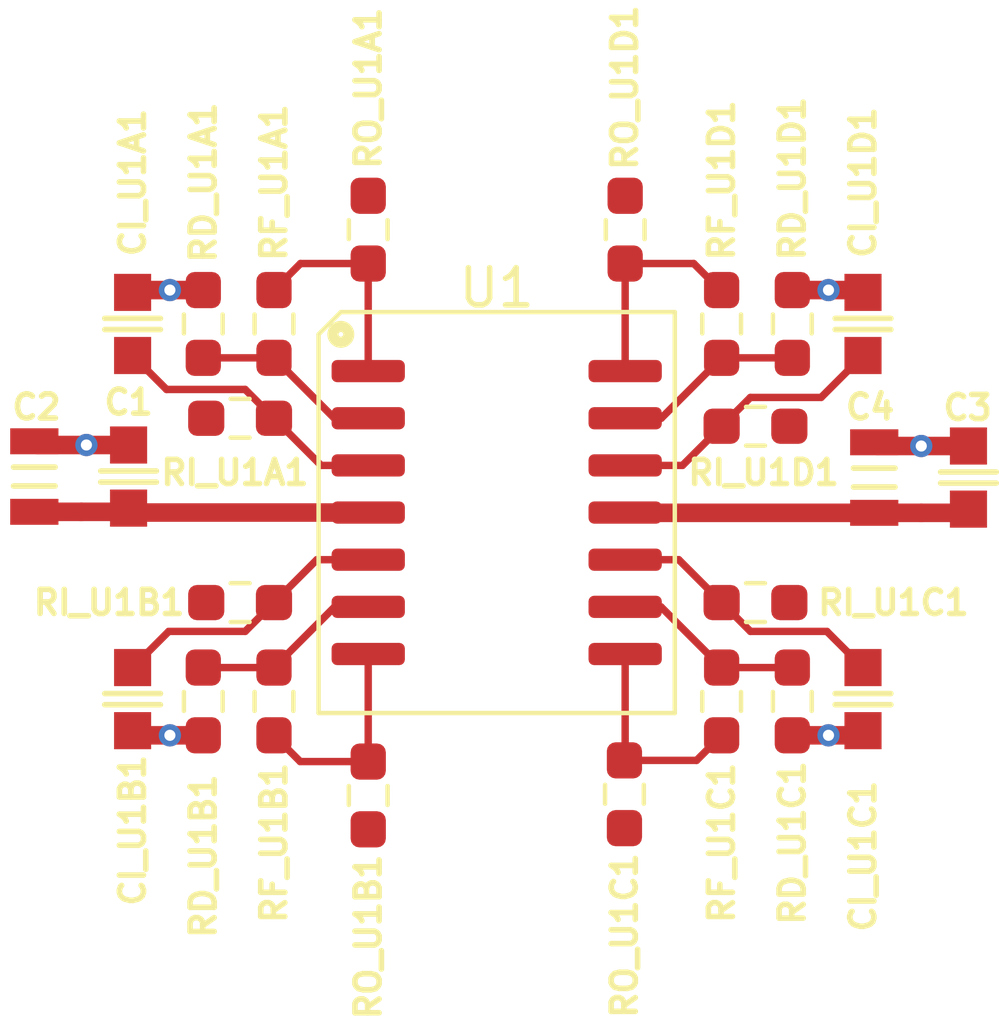
<source format=kicad_pcb>
(kicad_pcb (version 20241229) (generator "pcbnew") (generator_version "9.0")
  (layers (0 "F.Cu" signal) (2 "B.Cu" signal) (13 "F.Paste" user) (15 "B.Paste" user) (5 "F.SilkS" user "F.Silkscreen") (7 "B.SilkS" user "B.Silkscreen") (1 "F.Mask" user) (3 "B.Mask" user) (25 "Edge.Cuts" user))
  (net 0 "")
  (net 1 "+12V")
  (net 2 "GND")
  (net 3 "-12V")
  (net 4 "Net-(U1A--)")
  (net 5 "Net-(U1B--)")
  (net 6 "Net-(U1C--)")
  (net 7 "Net-(U1D--)")
  (net 8 "Net-(U1A-+)")
  (net 9 "Net-(U1B-+)")
  (net 10 "Net-(U1C-+)")
  (net 11 "Net-(U1D-+)")
  (net 12 "Net-(RF_U1A1-Pad2)")
  (net 13 "Net-(RF_U1B1-Pad2)")
  (net 14 "Net-(RF_U1C1-Pad2)")
  (net 15 "Net-(RF_U1D1-Pad2)")
  (net 16 "/INPUT_1")
  (net 17 "/INPUT_2")
  (net 18 "/INPUT_3")
  (net 19 "/INPUT_4")
  (net 20 "/OUTPUT_1")
  (net 21 "/OUTPUT_2")
  (net 22 "/OUTPUT_3")
  (net 23 "/OUTPUT_4")
  (footprint "PCM_4ms_Capacitor:C_0805" (layer "F.Cu") (at 84.346176 59.355283 90)
    (property "Reference" "C2" (at 2.25 0.79 0) (layer "F.SilkS") (effects (font (size 0.65 0.65)) (justify right top)))
    (property "Value" "10uF_0805_25V" (hide yes))
    (fp_line (start 0.254 0.5588) (end 0.254 -0.5588) (stroke (width 0.1524)) (layer "F.SilkS"))
    (fp_line (start -0.254 0.5588) (end -0.254 -0.5588) (stroke (width 0.1524)) (layer "F.SilkS"))
    (pad "1" smd rect (at -0.95 0 90) (size 0.7 1.3) (layers "F.Cu" "F.Mask" "F.Paste") (net 1 "+12V"))
    (pad "2" smd rect (at 0.95 0 90) (size 0.7 1.3) (layers "F.Cu" "F.Mask" "F.Paste") (net 2 "GND"))
  )
  (footprint "Resistor_SMD:R_0603_1608Metric_Pad0.98x0.95mm_HandSolder" (layer "F.Cu") (at 90.805 55.245 90)
    (property "Reference" "RF_U1A1" (at 3.81 0 90) (layer "F.SilkS") (effects (font (size 0.65 0.65))))
    (property "Value" "47k" (hide yes))
    (fp_line (start -0.254724 -0.5225) (end 0.254724 -0.5225) (stroke (width 0.12)) (layer "F.SilkS"))
    (fp_line (start -0.254724 0.5225) (end 0.254724 0.5225) (stroke (width 0.12)) (layer "F.SilkS"))
    (pad "1" smd roundrect (at -0.9125 0 90) (size 0.975 0.95) (layers "F.Cu" "F.Mask" "F.Paste") (net 4 "Net-(U1A--)"))
    (pad "2" smd roundrect (at 0.9125 0 90) (size 0.975 0.95) (layers "F.Cu" "F.Mask" "F.Paste") (net 12 "Net-(RF_U1A1-Pad2)"))
  )
  (footprint "Resistor_SMD:R_0603_1608Metric_Pad0.98x0.95mm_HandSolder" (layer "F.Cu") (at 100.27 52.705 90)
    (property "Reference" "RO_U1D1" (at 3.827972 -0.012216 270) (layer "F.SilkS") (effects (font (size 0.65 0.65))))
    (property "Value" "220Ω" (hide yes))
    (fp_line (start -0.254724 -0.5225) (end 0.254724 -0.5225) (stroke (width 0.12)) (layer "F.SilkS"))
    (fp_line (start -0.254724 0.5225) (end 0.254724 0.5225) (stroke (width 0.12)) (layer "F.SilkS"))
    (pad "1" smd roundrect (at -0.9125 0 90) (size 0.975 0.95) (layers "F.Cu" "F.Mask" "F.Paste") (net 15 "Net-(RF_U1D1-Pad2)"))
    (pad "2" smd roundrect (at 0.9125 0 90) (size 0.975 0.95) (layers "F.Cu" "F.Mask" "F.Paste") (net 23 "/OUTPUT_4"))
  )
  (footprint "Resistor_SMD:R_0603_1608Metric_Pad0.98x0.95mm_HandSolder" (layer "F.Cu") (at 88.9 65.4125 -90)
    (property "Reference" "RD_U1B1" (at 4.1675 0 90) (layer "F.SilkS") (effects (font (size 0.65 0.65))))
    (property "Value" "47k" (hide yes))
    (fp_line (start -0.254724 0.5225) (end 0.254724 0.5225) (stroke (width 0.12)) (layer "F.SilkS"))
    (fp_line (start -0.254724 -0.5225) (end 0.254724 -0.5225) (stroke (width 0.12)) (layer "F.SilkS"))
    (pad "1" smd roundrect (at -0.9125 0 270) (size 0.975 0.95) (layers "F.Cu" "F.Mask" "F.Paste") (net 5 "Net-(U1B--)"))
    (pad "2" smd roundrect (at 0.9125 0 270) (size 0.975 0.95) (layers "F.Cu" "F.Mask" "F.Paste") (net 2 "GND"))
  )
  (footprint "Resistor_SMD:R_0603_1608Metric_Pad0.98x0.95mm_HandSolder" (layer "F.Cu") (at 93.345 67.945 -90)
    (property "Reference" "RO_U1B1" (at 3.81 0 270) (layer "F.SilkS") (effects (font (size 0.65 0.65))))
    (property "Value" "220Ω" (hide yes))
    (fp_line (start -0.254724 0.5225) (end 0.254724 0.5225) (stroke (width 0.12)) (layer "F.SilkS"))
    (fp_line (start -0.254724 -0.5225) (end 0.254724 -0.5225) (stroke (width 0.12)) (layer "F.SilkS"))
    (pad "1" smd roundrect (at -0.9125 0 270) (size 0.975 0.95) (layers "F.Cu" "F.Mask" "F.Paste") (net 13 "Net-(RF_U1B1-Pad2)"))
    (pad "2" smd roundrect (at 0.9125 0 270) (size 0.975 0.95) (layers "F.Cu" "F.Mask" "F.Paste") (net 21 "/OUTPUT_2"))
  )
  (footprint "PCM_4ms_Capacitor:C_0603" (layer "F.Cu") (at 106.68 65.35 90)
    (property "Reference" "CI_U1C1" (at -4.23 0 90) (layer "F.SilkS") (effects (font (size 0.65 0.65))))
    (property "Value" "100pF_0603_50V" (hide yes))
    (fp_line (start -0.15 -0.75) (end -0.15 0.75) (stroke (width 0.15)) (layer "F.SilkS"))
    (fp_line (start 0.15 0.75) (end 0.15 -0.75) (stroke (width 0.15)) (layer "F.SilkS"))
    (pad "1" smd rect (at -0.85 0 90) (size 1 1) (layers "F.Cu" "F.Mask" "F.Paste") (net 2 "GND"))
    (pad "2" smd rect (at 0.85 0 90) (size 1 1) (layers "F.Cu" "F.Mask" "F.Paste") (net 10 "Net-(U1C-+)"))
  )
  (footprint "Resistor_SMD:R_0603_1608Metric_Pad0.98x0.95mm_HandSolder" (layer "F.Cu") (at 104.775 55.245 90)
    (property "Reference" "RD_U1D1" (at 3.916429 0 90) (layer "F.SilkS") (effects (font (size 0.65 0.65))))
    (property "Value" "47k" (hide yes))
    (fp_line (start -0.254724 -0.5225) (end 0.254724 -0.5225) (stroke (width 0.12)) (layer "F.SilkS"))
    (fp_line (start -0.254724 0.5225) (end 0.254724 0.5225) (stroke (width 0.12)) (layer "F.SilkS"))
    (pad "1" smd roundrect (at -0.9125 0 90) (size 0.975 0.95) (layers "F.Cu" "F.Mask" "F.Paste") (net 7 "Net-(U1D--)"))
    (pad "2" smd roundrect (at 0.9125 0 90) (size 0.975 0.95) (layers "F.Cu" "F.Mask" "F.Paste") (net 2 "GND"))
  )
  (footprint "Resistor_SMD:R_0603_1608Metric_Pad0.98x0.95mm_HandSolder" (layer "F.Cu") (at 102.87 55.245 90)
    (property "Reference" "RF_U1D1" (at 3.87 0 90) (layer "F.SilkS") (effects (font (size 0.65 0.65))))
    (property "Value" "47k" (hide yes))
    (fp_line (start -0.254724 -0.5225) (end 0.254724 -0.5225) (stroke (width 0.12)) (layer "F.SilkS"))
    (fp_line (start -0.254724 0.5225) (end 0.254724 0.5225) (stroke (width 0.12)) (layer "F.SilkS"))
    (pad "1" smd roundrect (at -0.9125 0 90) (size 0.975 0.95) (layers "F.Cu" "F.Mask" "F.Paste") (net 7 "Net-(U1D--)"))
    (pad "2" smd roundrect (at 0.9125 0 90) (size 0.975 0.95) (layers "F.Cu" "F.Mask" "F.Paste") (net 15 "Net-(RF_U1D1-Pad2)"))
  )
  (footprint "Resistor_SMD:R_0603_1608Metric_Pad0.98x0.95mm_HandSolder" (layer "F.Cu") (at 103.7825 58 180)
    (property "Reference" "RI_U1D1" (at -0.2175 -1.25 0) (layer "F.SilkS") (effects (font (size 0.65 0.65))))
    (property "Value" "1k" (hide yes))
    (fp_line (start -0.254724 0.5225) (end 0.254724 0.5225) (stroke (width 0.12)) (layer "F.SilkS"))
    (fp_line (start -0.254724 -0.5225) (end 0.254724 -0.5225) (stroke (width 0.12)) (layer "F.SilkS"))
    (pad "1" smd roundrect (at -0.9125 0 180) (size 0.975 0.95) (layers "F.Cu" "F.Mask" "F.Paste") (net 19 "/INPUT_4"))
    (pad "2" smd roundrect (at 0.9125 0 180) (size 0.975 0.95) (layers "F.Cu" "F.Mask" "F.Paste") (net 11 "Net-(U1D-+)"))
  )
  (footprint "PCM_4ms_Capacitor:C_0603" (layer "F.Cu") (at 86.995 65.35 90)
    (property "Reference" "CI_U1B1" (at -3.5325 0 90) (layer "F.SilkS") (effects (font (size 0.65 0.65))))
    (property "Value" "100pF_0603_50V" (hide yes))
    (fp_line (start -0.15 -0.75) (end -0.15 0.75) (stroke (width 0.15)) (layer "F.SilkS"))
    (fp_line (start 0.15 0.75) (end 0.15 -0.75) (stroke (width 0.15)) (layer "F.SilkS"))
    (pad "1" smd rect (at -0.85 0 90) (size 1 1) (layers "F.Cu" "F.Mask" "F.Paste") (net 2 "GND"))
    (pad "2" smd rect (at 0.85 0 90) (size 1 1) (layers "F.Cu" "F.Mask" "F.Paste") (net 9 "Net-(U1B-+)"))
  )
  (footprint "Resistor_SMD:R_0603_1608Metric_Pad0.98x0.95mm_HandSolder" (layer "F.Cu") (at 90.805 65.4125 -90)
    (property "Reference" "RF_U1B1" (at 3.81 0 90) (layer "F.SilkS") (effects (font (size 0.65 0.65))))
    (property "Value" "47k" (hide yes))
    (fp_line (start -0.254724 0.5225) (end 0.254724 0.5225) (stroke (width 0.12)) (layer "F.SilkS"))
    (fp_line (start -0.254724 -0.5225) (end 0.254724 -0.5225) (stroke (width 0.12)) (layer "F.SilkS"))
    (pad "1" smd roundrect (at -0.9125 0 270) (size 0.975 0.95) (layers "F.Cu" "F.Mask" "F.Paste") (net 5 "Net-(U1B--)"))
    (pad "2" smd roundrect (at 0.9125 0 270) (size 0.975 0.95) (layers "F.Cu" "F.Mask" "F.Paste") (net 13 "Net-(RF_U1B1-Pad2)"))
  )
  (footprint "PCM_4ms_Capacitor:C_0603" (layer "F.Cu") (at 86.886176 59.355283 90)
    (property "Reference" "C1" (at 2 0 0) (layer "F.SilkS") (effects (font (size 0.65 0.65))))
    (property "Value" "100nF_0603_16V" (hide yes))
    (fp_line (start -0.15 -0.75) (end -0.15 0.75) (stroke (width 0.15)) (layer "F.SilkS"))
    (fp_line (start 0.15 0.75) (end 0.15 -0.75) (stroke (width 0.15)) (layer "F.SilkS"))
    (pad "1" smd rect (at -0.85 0 90) (size 1 1) (layers "F.Cu" "F.Mask" "F.Paste") (net 1 "+12V"))
    (pad "2" smd rect (at 0.85 0 90) (size 1 1) (layers "F.Cu" "F.Mask" "F.Paste") (net 2 "GND"))
  )
  (footprint "Resistor_SMD:R_0603_1608Metric_Pad0.98x0.95mm_HandSolder" (layer "F.Cu") (at 104.775 65.4125 -90)
    (property "Reference" "RD_U1C1" (at 3.81 0 90) (layer "F.SilkS") (effects (font (size 0.65 0.65))))
    (property "Value" "47k" (hide yes))
    (fp_line (start -0.254724 0.5225) (end 0.254724 0.5225) (stroke (width 0.12)) (layer "F.SilkS"))
    (fp_line (start -0.254724 -0.5225) (end 0.254724 -0.5225) (stroke (width 0.12)) (layer "F.SilkS"))
    (pad "1" smd roundrect (at -0.9125 0 270) (size 0.975 0.95) (layers "F.Cu" "F.Mask" "F.Paste") (net 6 "Net-(U1C--)"))
    (pad "2" smd roundrect (at 0.9125 0 270) (size 0.975 0.95) (layers "F.Cu" "F.Mask" "F.Paste") (net 2 "GND"))
  )
  (footprint "Resistor_SMD:R_0603_1608Metric_Pad0.98x0.95mm_HandSolder" (layer "F.Cu") (at 100.25 67.9125 -90)
    (property "Reference" "RO_U1C1" (at 3.805 0 90) (layer "F.SilkS") (effects (font (size 0.65 0.65))))
    (property "Value" "220Ω" (hide yes))
    (fp_line (start -0.254724 0.5225) (end 0.254724 0.5225) (stroke (width 0.12)) (layer "F.SilkS"))
    (fp_line (start -0.254724 -0.5225) (end 0.254724 -0.5225) (stroke (width 0.12)) (layer "F.SilkS"))
    (pad "1" smd roundrect (at -0.9125 0 270) (size 0.975 0.95) (layers "F.Cu" "F.Mask" "F.Paste") (net 14 "Net-(RF_U1C1-Pad2)"))
    (pad "2" smd roundrect (at 0.9125 0 270) (size 0.975 0.95) (layers "F.Cu" "F.Mask" "F.Paste") (net 22 "/OUTPUT_3"))
  )
  (footprint "Resistor_SMD:R_0603_1608Metric_Pad0.98x0.95mm_HandSolder" (layer "F.Cu") (at 89.8925 62.75)
    (property "Reference" "RI_U1B1" (at -3.5325 0 0) (layer "F.SilkS") (effects (font (size 0.65 0.65))))
    (property "Value" "1k" (hide yes))
    (fp_line (start -0.254724 -0.5225) (end 0.254724 -0.5225) (stroke (width 0.12)) (layer "F.SilkS"))
    (fp_line (start -0.254724 0.5225) (end 0.254724 0.5225) (stroke (width 0.12)) (layer "F.SilkS"))
    (pad "1" smd roundrect (at -0.9125 0) (size 0.975 0.95) (layers "F.Cu" "F.Mask" "F.Paste") (net 17 "/INPUT_2"))
    (pad "2" smd roundrect (at 0.9125 0) (size 0.975 0.95) (layers "F.Cu" "F.Mask" "F.Paste") (net 9 "Net-(U1B-+)"))
  )
  (footprint "Resistor_SMD:R_0603_1608Metric_Pad0.98x0.95mm_HandSolder" (layer "F.Cu") (at 103.7825 62.75 180)
    (property "Reference" "RI_U1C1" (at -3.7175 0 0) (layer "F.SilkS") (effects (font (size 0.65 0.65))))
    (property "Value" "1k" (hide yes))
    (fp_line (start -0.254724 0.5225) (end 0.254724 0.5225) (stroke (width 0.12)) (layer "F.SilkS"))
    (fp_line (start -0.254724 -0.5225) (end 0.254724 -0.5225) (stroke (width 0.12)) (layer "F.SilkS"))
    (pad "1" smd roundrect (at -0.9125 0 180) (size 0.975 0.95) (layers "F.Cu" "F.Mask" "F.Paste") (net 18 "/INPUT_3"))
    (pad "2" smd roundrect (at 0.9125 0 180) (size 0.975 0.95) (layers "F.Cu" "F.Mask" "F.Paste") (net 10 "Net-(U1C-+)"))
  )
  (footprint "Resistor_SMD:R_0603_1608Metric_Pad0.98x0.95mm_HandSolder" (layer "F.Cu") (at 102.87 65.4125 -90)
    (property "Reference" "RF_U1C1" (at 3.81 0 90) (layer "F.SilkS") (effects (font (size 0.65 0.65))))
    (property "Value" "47k" (hide yes))
    (fp_line (start -0.254724 0.5225) (end 0.254724 0.5225) (stroke (width 0.12)) (layer "F.SilkS"))
    (fp_line (start -0.254724 -0.5225) (end 0.254724 -0.5225) (stroke (width 0.12)) (layer "F.SilkS"))
    (pad "1" smd roundrect (at -0.9125 0 270) (size 0.975 0.95) (layers "F.Cu" "F.Mask" "F.Paste") (net 6 "Net-(U1C--)"))
    (pad "2" smd roundrect (at 0.9125 0 270) (size 0.975 0.95) (layers "F.Cu" "F.Mask" "F.Paste") (net 14 "Net-(RF_U1C1-Pad2)"))
  )
  (footprint "PCM_4ms_Capacitor:C_0805" (layer "F.Cu") (at 106.982251 59.382496 90)
    (property "Reference" "C4" (at 2.279173 0.622603 0) (layer "F.SilkS") (effects (font (size 0.65 0.65)) (justify right top)))
    (property "Value" "10uF_0805_25V" (hide yes))
    (fp_line (start 0.254 0.5588) (end 0.254 -0.5588) (stroke (width 0.1524)) (layer "F.SilkS"))
    (fp_line (start -0.254 0.5588) (end -0.254 -0.5588) (stroke (width 0.1524)) (layer "F.SilkS"))
    (pad "1" smd rect (at -0.95 0 90) (size 0.7 1.3) (layers "F.Cu" "F.Mask" "F.Paste") (net 3 "-12V"))
    (pad "2" smd rect (at 0.95 0 90) (size 0.7 1.3) (layers "F.Cu" "F.Mask" "F.Paste") (net 2 "GND"))
  )
  (footprint "Resistor_SMD:R_0603_1608Metric_Pad0.98x0.95mm_HandSolder" (layer "F.Cu") (at 88.9 55.245 90)
    (property "Reference" "RD_U1A1" (at 3.81 0 90) (layer "F.SilkS") (effects (font (size 0.65 0.65))))
    (property "Value" "47k" (hide yes))
    (fp_line (start -0.254724 -0.5225) (end 0.254724 -0.5225) (stroke (width 0.12)) (layer "F.SilkS"))
    (fp_line (start -0.254724 0.5225) (end 0.254724 0.5225) (stroke (width 0.12)) (layer "F.SilkS"))
    (pad "1" smd roundrect (at -0.9125 0 90) (size 0.975 0.95) (layers "F.Cu" "F.Mask" "F.Paste") (net 4 "Net-(U1A--)"))
    (pad "2" smd roundrect (at 0.9125 0 90) (size 0.975 0.95) (layers "F.Cu" "F.Mask" "F.Paste") (net 2 "GND"))
  )
  (footprint "PCM_Package_SO_AKL:SO-14_5.3x10.2mm_P1.27mm" (layer "F.Cu") (at 96.8075 60.325)
    (property "Reference" "U1" (at 0 -6.05 0) (layer "F.SilkS"))
    (property "Value" "TL074CNS" (hide yes))
    (fp_line (start -4.8 -4.8) (end -4.8 5.4) (stroke (width 0.12)) (layer "F.SilkS"))
    (fp_line (start -4.8 -4.8) (end -4.2 -5.4) (stroke (width 0.12)) (layer "F.SilkS"))
    (fp_line (start -4.8 5.4) (end 4.8 5.4) (stroke (width 0.12)) (layer "F.SilkS"))
    (fp_line (start 4.8 -5.4) (end -4.2 -5.4) (stroke (width 0.12)) (layer "F.SilkS"))
    (fp_line (start 4.8 5.4) (end 4.8 -5.4) (stroke (width 0.12)) (layer "F.SilkS"))
    (fp_circle (center -4.2 -4.8) (end -4.1365 -4.8) (stroke (width 0.3)) (fill no) (layer "F.SilkS"))
    (pad "1" smd roundrect (at -3.4625 -3.81) (size 1.975 0.6) (layers "F.Cu" "F.Mask" "F.Paste") (net 12 "Net-(RF_U1A1-Pad2)"))
    (pad "2" smd roundrect (at -3.4625 -2.54) (size 1.975 0.6) (layers "F.Cu" "F.Mask" "F.Paste") (net 4 "Net-(U1A--)"))
    (pad "3" smd roundrect (at -3.4625 -1.27) (size 1.975 0.6) (layers "F.Cu" "F.Mask" "F.Paste") (net 8 "Net-(U1A-+)"))
    (pad "4" smd roundrect (at -3.4625 0) (size 1.975 0.6) (layers "F.Cu" "F.Mask" "F.Paste") (net 1 "+12V"))
    (pad "5" smd roundrect (at -3.4625 1.27) (size 1.975 0.6) (layers "F.Cu" "F.Mask" "F.Paste") (net 9 "Net-(U1B-+)"))
    (pad "6" smd roundrect (at -3.4625 2.54) (size 1.975 0.6) (layers "F.Cu" "F.Mask" "F.Paste") (net 5 "Net-(U1B--)"))
    (pad "7" smd roundrect (at -3.4625 3.81) (size 1.975 0.6) (layers "F.Cu" "F.Mask" "F.Paste") (net 13 "Net-(RF_U1B1-Pad2)"))
    (pad "8" smd roundrect (at 3.4625 3.81) (size 1.975 0.6) (layers "F.Cu" "F.Mask" "F.Paste") (net 14 "Net-(RF_U1C1-Pad2)"))
    (pad "9" smd roundrect (at 3.4625 2.54) (size 1.975 0.6) (layers "F.Cu" "F.Mask" "F.Paste") (net 6 "Net-(U1C--)"))
    (pad "10" smd roundrect (at 3.4625 1.27) (size 1.975 0.6) (layers "F.Cu" "F.Mask" "F.Paste") (net 10 "Net-(U1C-+)"))
    (pad "11" smd roundrect (at 3.4625 0) (size 1.975 0.6) (layers "F.Cu" "F.Mask" "F.Paste") (net 3 "-12V"))
    (pad "12" smd roundrect (at 3.4625 -1.27) (size 1.975 0.6) (layers "F.Cu" "F.Mask" "F.Paste") (net 11 "Net-(U1D-+)"))
    (pad "13" smd roundrect (at 3.4625 -2.54) (size 1.975 0.6) (layers "F.Cu" "F.Mask" "F.Paste") (net 7 "Net-(U1D--)"))
    (pad "14" smd roundrect (at 3.4625 -3.81) (size 1.975 0.6) (layers "F.Cu" "F.Mask" "F.Paste") (net 15 "Net-(RF_U1D1-Pad2)"))
  )
  (footprint "Resistor_SMD:R_0603_1608Metric_Pad0.98x0.95mm_HandSolder" (layer "F.Cu") (at 93.345 52.705 90)
    (property "Reference" "RO_U1A1" (at 3.81 0 270) (layer "F.SilkS") (effects (font (size 0.65 0.65))))
    (property "Value" "220Ω" (hide yes))
    (fp_line (start -0.254724 -0.5225) (end 0.254724 -0.5225) (stroke (width 0.12)) (layer "F.SilkS"))
    (fp_line (start -0.254724 0.5225) (end 0.254724 0.5225) (stroke (width 0.12)) (layer "F.SilkS"))
    (pad "1" smd roundrect (at -0.9125 0 90) (size 0.975 0.95) (layers "F.Cu" "F.Mask" "F.Paste") (net 12 "Net-(RF_U1A1-Pad2)"))
    (pad "2" smd roundrect (at 0.9125 0 90) (size 0.975 0.95) (layers "F.Cu" "F.Mask" "F.Paste") (net 20 "/OUTPUT_1"))
  )
  (footprint "PCM_4ms_Capacitor:C_0603" (layer "F.Cu") (at 86.995 55.245 -90)
    (property "Reference" "CI_U1A1" (at -3.81 0 90) (layer "F.SilkS") (effects (font (size 0.65 0.65))))
    (property "Value" "100pF_0603_50V" (hide yes))
    (fp_line (start 0.15 0.75) (end 0.15 -0.75) (stroke (width 0.15)) (layer "F.SilkS"))
    (fp_line (start -0.15 -0.75) (end -0.15 0.75) (stroke (width 0.15)) (layer "F.SilkS"))
    (pad "1" smd rect (at -0.85 0 270) (size 1 1) (layers "F.Cu" "F.Mask" "F.Paste") (net 2 "GND"))
    (pad "2" smd rect (at 0.85 0 270) (size 1 1) (layers "F.Cu" "F.Mask" "F.Paste") (net 8 "Net-(U1A-+)"))
  )
  (footprint "PCM_4ms_Capacitor:C_0603" (layer "F.Cu") (at 109.522251 59.382496 90)
    (property "Reference" "C3" (at 1.882496 -0.022251 0) (layer "F.SilkS") (effects (font (size 0.65 0.65))))
    (property "Value" "100nF_0603_16V" (hide yes))
    (fp_line (start -0.15 -0.75) (end -0.15 0.75) (stroke (width 0.15)) (layer "F.SilkS"))
    (fp_line (start 0.15 0.75) (end 0.15 -0.75) (stroke (width 0.15)) (layer "F.SilkS"))
    (pad "1" smd rect (at -0.85 0 90) (size 1 1) (layers "F.Cu" "F.Mask" "F.Paste") (net 3 "-12V"))
    (pad "2" smd rect (at 0.85 0 90) (size 1 1) (layers "F.Cu" "F.Mask" "F.Paste") (net 2 "GND"))
  )
  (footprint "PCM_4ms_Capacitor:C_0603" (layer "F.Cu") (at 106.68 55.245 -90)
    (property "Reference" "CI_U1D1" (at -3.81 0 90) (layer "F.SilkS") (effects (font (size 0.65 0.65))))
    (property "Value" "100pF_0603_50V" (hide yes))
    (fp_line (start 0.15 0.75) (end 0.15 -0.75) (stroke (width 0.15)) (layer "F.SilkS"))
    (fp_line (start -0.15 -0.75) (end -0.15 0.75) (stroke (width 0.15)) (layer "F.SilkS"))
    (pad "1" smd rect (at -0.85 0 270) (size 1 1) (layers "F.Cu" "F.Mask" "F.Paste") (net 2 "GND"))
    (pad "2" smd rect (at 0.85 0 270) (size 1 1) (layers "F.Cu" "F.Mask" "F.Paste") (net 11 "Net-(U1D-+)"))
  )
  (footprint "Resistor_SMD:R_0603_1608Metric_Pad0.98x0.95mm_HandSolder" (layer "F.Cu") (at 89.8925 57.785)
    (property "Reference" "RI_U1A1" (at -0.1425 1.465 0) (layer "F.SilkS") (effects (font (size 0.65 0.65))))
    (property "Value" "1k" (hide yes))
    (fp_line (start -0.254724 -0.5225) (end 0.254724 -0.5225) (stroke (width 0.12)) (layer "F.SilkS"))
    (fp_line (start -0.254724 0.5225) (end 0.254724 0.5225) (stroke (width 0.12)) (layer "F.SilkS"))
    (pad "1" smd roundrect (at -0.9125 0) (size 0.975 0.95) (layers "F.Cu" "F.Mask" "F.Paste") (net 16 "/INPUT_1"))
    (pad "2" smd roundrect (at 0.9125 0) (size 0.975 0.95) (layers "F.Cu" "F.Mask" "F.Paste") (net 8 "Net-(U1A-+)"))
  )
  (segment (start 86.786176 60.305283) (end 86.886176 60.205283) (width 0.5) (layer "F.Cu") (net 1))
  (segment (start 84.346176 60.305283) (end 85.616176 60.305283) (width 0.5) (layer "F.Cu") (net 1))
  (segment (start 87.005893 60.325) (end 86.886176 60.205283) (width 0.5) (layer "F.Cu") (net 1))
  (segment (start 85.616176 60.305283) (end 86.786176 60.305283) (width 0.5) (layer "F.Cu") (net 1))
  (segment (start 93.345 60.325) (end 87.005893 60.325) (width 0.5) (layer "F.Cu") (net 1))
  (segment (start 107.082251 58.532496) (end 106.982251 58.432496) (width 0.5) (layer "F.Cu") (net 2))
  (segment (start 84.446176 58.505283) (end 84.346176 58.405283) (width 0.5) (layer "F.Cu") (net 2))
  (segment (start 85.616176 58.505283) (end 84.446176 58.505283) (width 0.5) (layer "F.Cu") (net 2))
  (segment (start 106.6175 54.3325) (end 106.68 54.395) (width 0.5) (layer "F.Cu") (net 2))
  (segment (start 104.775 66.325) (end 105.75 66.325) (width 0.5) (layer "F.Cu") (net 2))
  (segment (start 105.75 66.325) (end 106.555 66.325) (width 0.5) (layer "F.Cu") (net 2))
  (segment (start 105.75 54.3325) (end 106.6175 54.3325) (width 0.5) (layer "F.Cu") (net 2))
  (segment (start 109.522251 58.532496) (end 108.252251 58.532496) (width 0.5) (layer "F.Cu") (net 2))
  (segment (start 88 66.325) (end 87.12 66.325) (width 0.5) (layer "F.Cu") (net 2))
  (segment (start 104.775 54.3325) (end 105.75 54.3325) (width 0.5) (layer "F.Cu") (net 2))
  (segment (start 85.75 58.505283) (end 85.616176 58.505283) (width 0.5) (layer "F.Cu") (net 2))
  (segment (start 86.886176 58.505283) (end 85.75 58.505283) (width 0.5) (layer "F.Cu") (net 2))
  (segment (start 87.12 66.325) (end 86.995 66.2) (width 0.5) (layer "F.Cu") (net 2))
  (segment (start 108.252251 58.532496) (end 108.25 58.532496) (width 0.5) (layer "F.Cu") (net 2))
  (segment (start 88.9 66.325) (end 88 66.325) (width 0.5) (layer "F.Cu") (net 2))
  (segment (start 87.0575 54.3325) (end 86.995 54.395) (width 0.5) (layer "F.Cu") (net 2))
  (segment (start 88.9 54.3325) (end 88 54.3325) (width 0.5) (layer "F.Cu") (net 2))
  (segment (start 88 54.3325) (end 87.0575 54.3325) (width 0.5) (layer "F.Cu") (net 2))
  (segment (start 108.25 58.532496) (end 107.082251 58.532496) (width 0.5) (layer "F.Cu") (net 2))
  (segment (start 106.555 66.325) (end 106.68 66.2) (width 0.5) (layer "F.Cu") (net 2))
  (via (at 108.25 58.532496) (size 0.6) (drill 0.3) (layers "F.Cu" "B.Cu") (net 2))
  (via (at 88 54.3325) (size 0.6) (drill 0.3) (layers "F.Cu" "B.Cu") (net 2))
  (via (at 105.75 54.3325) (size 0.6) (drill 0.3) (layers "F.Cu" "B.Cu") (net 2))
  (via (at 88 66.325) (size 0.6) (drill 0.3) (layers "F.Cu" "B.Cu") (net 2))
  (via (at 105.75 66.325) (size 0.6) (drill 0.3) (layers "F.Cu" "B.Cu") (net 2))
  (via (at 85.75 58.505283) (size 0.6) (drill 0.3) (layers "F.Cu" "B.Cu") (net 2))
  (segment (start 106.982251 60.332496) (end 108.252251 60.332496) (width 0.5) (layer "F.Cu") (net 3))
  (segment (start 100.277496 60.332496) (end 100.27 60.325) (width 0.5) (layer "F.Cu") (net 3))
  (segment (start 109.422251 60.332496) (end 109.522251 60.232496) (width 0.5) (layer "F.Cu") (net 3))
  (segment (start 108.252251 60.332496) (end 109.422251 60.332496) (width 0.5) (layer "F.Cu") (net 3))
  (segment (start 106.982251 60.332496) (end 100.277496 60.332496) (width 0.5) (layer "F.Cu") (net 3))
  (segment (start 90.805 56.1575) (end 88.9 56.1575) (width 0.2) (layer "F.Cu") (net 4))
  (segment (start 92.4325 57.785) (end 90.805 56.1575) (width 0.2) (layer "F.Cu") (net 4))
  (segment (start 93.345 57.785) (end 92.4325 57.785) (width 0.2) (layer "F.Cu") (net 4))
  (segment (start 90.805 64.5) (end 88.9 64.5) (width 0.2) (layer "F.Cu") (net 5))
  (segment (start 93.345 62.865) (end 92.44 62.865) (width 0.2) (layer "F.Cu") (net 5))
  (segment (start 92.44 62.865) (end 90.805 64.5) (width 0.2) (layer "F.Cu") (net 5))
  (segment (start 100.27 62.865) (end 101.235 62.865) (width 0.2) (layer "F.Cu") (net 6))
  (segment (start 101.235 62.865) (end 102.87 64.5) (width 0.2) (layer "F.Cu") (net 6))
  (segment (start 104.775 64.5) (end 102.87 64.5) (width 0.2) (layer "F.Cu") (net 6))
  (segment (start 101.2425 57.785) (end 100.27 57.785) (width 0.2) (layer "F.Cu") (net 7))
  (segment (start 104.775 56.1575) (end 102.87 56.1575) (width 0.2) (layer "F.Cu") (net 7))
  (segment (start 102.87 56.1575) (end 101.2425 57.785) (width 0.2) (layer "F.Cu") (net 7))
  (segment (start 90.805 57.785) (end 90.029 57.009) (width 0.2) (layer "F.Cu") (net 8))
  (segment (start 92.075 59.055) (end 90.805 57.785) (width 0.2) (layer "F.Cu") (net 8))
  (segment (start 87.909 57.009) (end 86.995 56.095) (width 0.2) (layer "F.Cu") (net 8))
  (segment (start 93.345 59.055) (end 92.075 59.055) (width 0.2) (layer "F.Cu") (net 8))
  (segment (start 90.029 57.009) (end 87.909 57.009) (width 0.2) (layer "F.Cu") (net 8))
  (segment (start 87.969 63.526) (end 86.995 64.5) (width 0.2) (layer "F.Cu") (net 9))
  (segment (start 91.96 61.595) (end 90.805 62.75) (width 0.2) (layer "F.Cu") (net 9))
  (segment (start 90.805 62.75) (end 90.029 63.526) (width 0.2) (layer "F.Cu") (net 9))
  (segment (start 93.345 61.595) (end 91.96 61.595) (width 0.2) (layer "F.Cu") (net 9))
  (segment (start 90.029 63.526) (end 87.969 63.526) (width 0.2) (layer "F.Cu") (net 9))
  (segment (start 102.87 62.75) (end 103.646 63.526) (width 0.2) (layer "F.Cu") (net 10))
  (segment (start 105.706 63.526) (end 106.68 64.5) (width 0.2) (layer "F.Cu") (net 10))
  (segment (start 103.646 63.526) (end 105.706 63.526) (width 0.2) (layer "F.Cu") (net 10))
  (segment (start 102.87 62.75) (end 101.715 61.595) (width 0.2) (layer "F.Cu") (net 10))
  (segment (start 101.715 61.595) (end 100.27 61.595) (width 0.2) (layer "F.Cu") (net 10))
  (segment (start 102.87 58) (end 103.646 57.224) (width 0.2) (layer "F.Cu") (net 11))
  (segment (start 105.551 57.224) (end 106.68 56.095) (width 0.2) (layer "F.Cu") (net 11))
  (segment (start 101.815 59.055) (end 100.27 59.055) (width 0.2) (layer "F.Cu") (net 11))
  (segment (start 102.87 58) (end 101.815 59.055) (width 0.2) (layer "F.Cu") (net 11))
  (segment (start 103.646 57.224) (end 105.551 57.224) (width 0.2) (layer "F.Cu") (net 11))
  (segment (start 93.345 53.6175) (end 91.52 53.6175) (width 0.2) (layer "F.Cu") (net 12))
  (segment (start 91.52 53.6175) (end 90.805 54.3325) (width 0.2) (layer "F.Cu") (net 12))
  (segment (start 93.345 53.6175) (end 93.345 56.515) (width 0.2) (layer "F.Cu") (net 12))
  (segment (start 93.345 64.135) (end 93.345 67.0325) (width 0.2) (layer "F.Cu") (net 13))
  (segment (start 91.5125 67.0325) (end 90.805 66.325) (width 0.2) (layer "F.Cu") (net 13))
  (segment (start 93.345 67.0325) (end 91.5125 67.0325) (width 0.2) (layer "F.Cu") (net 13))
  (segment (start 102.195 67) (end 102.87 66.325) (width 0.2) (layer "F.Cu") (net 14))
  (segment (start 100.27 66.98) (end 100.25 67) (width 0.2) (layer "F.Cu") (net 14))
  (segment (start 100.27 64.135) (end 100.27 66.98) (width 0.2) (layer "F.Cu") (net 14))
  (segment (start 100.25 67) (end 102.195 67) (width 0.2) (layer "F.Cu") (net 14))
  (segment (start 100.27 53.6175) (end 102.1175 53.6175) (width 0.2) (layer "F.Cu") (net 15))
  (segment (start 102.1175 53.6175) (end 102.8325 54.3325) (width 0.2) (layer "F.Cu") (net 15))
  (segment (start 102.8325 54.3325) (end 102.87 54.3325) (width 0.2) (layer "F.Cu") (net 15))
  (segment (start 100.27 53.6175) (end 100.27 56.515) (width 0.2) (layer "F.Cu") (net 15))
)
</source>
